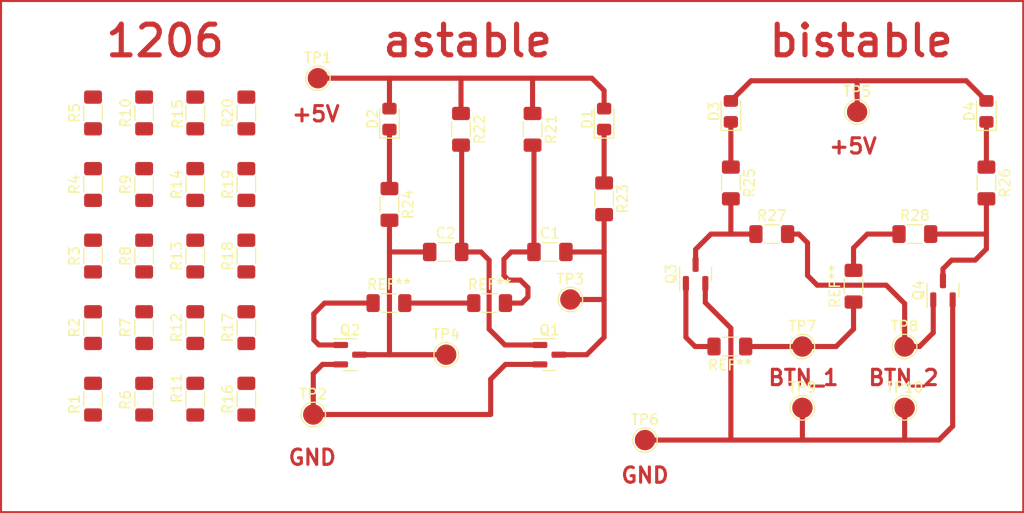
<source format=kicad_pcb>
(kicad_pcb (version 20211014) (generator pcbnew)
  (title_block (title "astable & bistable multivibrators ") (date "2024-04-29") (rev "2") (company "shklj"))
  (layers (0 "F.Cu" signal) (31 "B.Cu" signal) (34 "B.Paste" user) (35 "F.Paste" user) (36 "B.SilkS" user "B.Silkscreen") (37 "F.SilkS" user "F.Silkscreen") (38 "B.Mask" user) (39 "F.Mask" user) (44 "Edge.Cuts" user))
  (net 0 "")
  (net 1 "Net-(C1-Pad1)")
  (net 2 "Net-(C1-Pad2)")
  (net 3 "Net-(C2-Pad1)")
  (net 4 "Net-(C2-Pad2)")
  (net 5 "Net-(D1-Pad1)")
  (net 6 "Net-(D1-Pad2)")
  (net 7 "Net-(D2-Pad1)")
  (net 8 "Net-(D3-Pad1)")
  (net 9 "Net-(D3-Pad2)")
  (net 10 "Net-(D4-Pad1)")
  (net 51 "Net-(Q3-Pad2)")
  (net 52 "Net-(Q4-Pad2)")
  (net 53 "Net-(Q4-Pad3)")
  (net 54 "Net-(Q3-Pad3)")
  (net 55 "Net-(Q1-Pad1)")
  (net 56 "Net-(Q3-Pad1)")
  (footprint "Package_TO_SOT_SMD:SOT-23" (layer "F.Cu") (at 172.4 95.05 90)
    (fp_text reference "Q3" (at 0 -2.4 90) (layer "F.SilkS"))
    (fp_text value "2SC1623")
    (fp_line (start 0 -1.56) (end -1.675 -1.56) (layer "F.SilkS") (width 0.12))
    (fp_line (start 0 1.56) (end 0.65 1.56) (layer "F.SilkS") (width 0.12))
    (fp_line (start 0 1.56) (end -0.65 1.56) (layer "F.SilkS") (width 0.12))
    (fp_line (start 0 -1.56) (end 0.65 -1.56) (layer "F.SilkS") (width 0.12))
    (pad "1" smd roundrect (at -0.9375 0.95 90) (size 1.475 0.6) (layers "F.Cu" "F.Paste" "F.Mask") (net 56 "Net-(Q3-Pad1)"))
    (pad "2" smd roundrect (at 0.9375 0 90) (size 1.475 0.6) (layers "F.Cu" "F.Paste" "F.Mask") (net 51 "Net-(Q3-Pad2)"))
    (pad "3" smd roundrect (at -0.9375 -0.95 90) (size 1.475 0.6) (layers "F.Cu" "F.Paste" "F.Mask") (net 54 "Net-(Q3-Pad3)"))
  )
  (footprint "Resistor_SMD:R_1206_3216Metric_Pad1.30x1.75mm_HandSolder" (layer "F.Cu") (at 193.85 91.15)
    (fp_text reference "R28" (at 0 -1.82) (layer "F.SilkS"))
    (fp_text value "10k")
    (fp_line (start -0.727064 -0.91) (end 0.727064 -0.91) (layer "F.SilkS") (width 0.12))
    (fp_line (start -0.727064 0.91) (end 0.727064 0.91) (layer "F.SilkS") (width 0.12))
    (pad "1" smd roundrect (at -1.55 0) (size 1.3 1.75) (layers "F.Cu" "F.Paste" "F.Mask") (roundrect_rratio 0.192308) (net 54 "Net-(Q3-Pad3)"))
    (pad "2" smd roundrect (at 1.55 0) (size 1.3 1.75) (layers "F.Cu" "F.Paste" "F.Mask") (roundrect_rratio 0.192308) (net 52 "Net-(Q4-Pad2)"))
  )
  (footprint "Resistor_SMD:R_1206_3216Metric_Pad1.30x1.75mm_HandSolder" (layer "F.Cu") (at 123.45 93.3 90)
    (fp_text reference "R13" (at 0 -1.82 90) (layer "F.SilkS"))
    (fp_text value "10k")
    (fp_line (start -0.727064 -0.91) (end 0.727064 -0.91) (layer "F.SilkS") (width 0.12))
    (fp_line (start -0.727064 0.91) (end 0.727064 0.91) (layer "F.SilkS") (width 0.12))
    (pad "1" smd roundrect (at -1.55 0 90) (size 1.3 1.75) (layers "F.Cu" "F.Paste" "F.Mask") (roundrect_rratio 0.192308))
    (pad "2" smd roundrect (at 1.55 0 90) (size 1.3 1.75) (layers "F.Cu" "F.Paste" "F.Mask") (roundrect_rratio 0.192308))
  )
  (footprint "Resistor_SMD:R_1206_3216Metric_Pad1.30x1.75mm_HandSolder" (layer "F.Cu") (at 128.45 79.3 90)
    (fp_text reference "R20" (at 0 -1.82 90) (layer "F.SilkS"))
    (fp_text value "10k")
    (fp_line (start -0.727064 -0.91) (end 0.727064 -0.91) (layer "F.SilkS") (width 0.12))
    (fp_line (start -0.727064 0.91) (end 0.727064 0.91) (layer "F.SilkS") (width 0.12))
    (pad "1" smd roundrect (at -1.55 0 90) (size 1.3 1.75) (layers "F.Cu" "F.Paste" "F.Mask") (roundrect_rratio 0.192308))
    (pad "2" smd roundrect (at 1.55 0 90) (size 1.3 1.75) (layers "F.Cu" "F.Paste" "F.Mask") (roundrect_rratio 0.192308))
  )
  (footprint "Resistor_SMD:R_1206_3216Metric_Pad1.30x1.75mm_HandSolder" (layer "F.Cu") (at 142.45 88.25 -90)
    (fp_text reference "R24" (at 0 -1.82 90) (layer "F.SilkS"))
    (fp_text value "200")
    (fp_line (start -0.727064 -0.91) (end 0.727064 -0.91) (layer "F.SilkS") (width 0.12))
    (fp_line (start -0.727064 0.91) (end 0.727064 0.91) (layer "F.SilkS") (width 0.12))
    (pad "1" smd roundrect (at -1.55 0 270) (size 1.3 1.75) (layers "F.Cu" "F.Paste" "F.Mask") (roundrect_rratio 0.192308) (net 7 "Net-(D2-Pad1)"))
    (pad "2" smd roundrect (at 1.55 0 270) (size 1.3 1.75) (layers "F.Cu" "F.Paste" "F.Mask") (roundrect_rratio 0.192308) (net 3 "Net-(C2-Pad1)"))
  )
  (footprint "Resistor_SMD:R_1206_3216Metric_Pad1.30x1.75mm_HandSolder" (layer "F.Cu") (at 128.45 86.3 90)
    (fp_text reference "R19" (at 0 -1.82 90) (layer "F.SilkS"))
    (fp_text value "10k")
    (fp_line (start -0.727064 -0.91) (end 0.727064 -0.91) (layer "F.SilkS") (width 0.12))
    (fp_line (start -0.727064 0.91) (end 0.727064 0.91) (layer "F.SilkS") (width 0.12))
    (pad "1" smd roundrect (at -1.55 0 90) (size 1.3 1.75) (layers "F.Cu" "F.Paste" "F.Mask") (roundrect_rratio 0.192308))
    (pad "2" smd roundrect (at 1.55 0 90) (size 1.3 1.75) (layers "F.Cu" "F.Paste" "F.Mask") (roundrect_rratio 0.192308))
  )
  (footprint "Resistor_SMD:R_1206_3216Metric_Pad1.30x1.75mm_HandSolder" (layer "F.Cu") (at 179.85 91.15)
    (fp_text reference "R27" (at 0 -1.82) (layer "F.SilkS"))
    (fp_text value "10k")
    (fp_line (start -0.727064 0.91) (end 0.727064 0.91) (layer "F.SilkS") (width 0.12))
    (fp_line (start -0.727064 -0.91) (end 0.727064 -0.91) (layer "F.SilkS") (width 0.12))
    (pad "1" smd roundrect (at -1.55 0) (size 1.3 1.75) (layers "F.Cu" "F.Paste" "F.Mask") (roundrect_rratio 0.192308) (net 51 "Net-(Q3-Pad2)"))
    (pad "2" smd roundrect (at 1.55 0) (size 1.3 1.75) (layers "F.Cu" "F.Paste" "F.Mask") (roundrect_rratio 0.192308) (net 53 "Net-(Q4-Pad3)"))
  )
  (footprint "Resistor_SMD:R_1206_3216Metric_Pad1.30x1.75mm_HandSolder" (layer "F.Cu") (at 149.45 80.9 -90)
    (fp_text reference "R22" (at 0 -1.82 90) (layer "F.SilkS"))
    (fp_text value "10k")
    (fp_line (start -0.727064 0.91) (end 0.727064 0.91) (layer "F.SilkS") (width 0.12))
    (fp_line (start -0.727064 -0.91) (end 0.727064 -0.91) (layer "F.SilkS") (width 0.12))
    (pad "1" smd roundrect (at -1.55 0 270) (size 1.3 1.75) (layers "F.Cu" "F.Paste" "F.Mask") (roundrect_rratio 0.192308) (net 6 "Net-(D1-Pad2)"))
    (pad "2" smd roundrect (at 1.55 0 270) (size 1.3 1.75) (layers "F.Cu" "F.Paste" "F.Mask") (roundrect_rratio 0.192308) (net 4 "Net-(C2-Pad2)"))
  )
  (footprint "Resistor_SMD:R_1206_3216Metric_Pad1.30x1.75mm_HandSolder" (layer "F.Cu") (at 156.45 80.9 -90)
    (fp_text reference "R21" (at 0 -1.82 90) (layer "F.SilkS"))
    (fp_text value "10k")
    (fp_line (start -0.727064 0.91) (end 0.727064 0.91) (layer "F.SilkS") (width 0.12))
    (fp_line (start -0.727064 -0.91) (end 0.727064 -0.91) (layer "F.SilkS") (width 0.12))
    (pad "1" smd roundrect (at -1.55 0 270) (size 1.3 1.75) (layers "F.Cu" "F.Paste" "F.Mask") (roundrect_rratio 0.192308) (net 6 "Net-(D1-Pad2)"))
    (pad "2" smd roundrect (at 1.55 0 270) (size 1.3 1.75) (layers "F.Cu" "F.Paste" "F.Mask") (roundrect_rratio 0.192308) (net 1 "Net-(C1-Pad1)"))
  )
  (footprint "TestPoint:TestPoint_Pad_D2.0mm" (layer "F.Cu") (at 192.85 102.15)
    (fp_text reference "TP8" (at 0 -1.998) (layer "F.SilkS"))
    (fp_text value "TestPoint")
    (fp_circle (center 0 0) (end 0 1.2) (layer "F.SilkS") (width 0.12) (fill none))
    (pad "1" smd circle (at 0 0) (size 2 2) (layers "F.Cu" "F.Mask") (net 53 "Net-(Q4-Pad3)"))
  )
  (footprint "Resistor_SMD:R_1206_3216Metric_Pad1.30x1.75mm_HandSolder" (layer "F.Cu") (at 118.45 107.3 90)
    (fp_text reference "R6" (at -0.070715 -1.82 90) (layer "F.SilkS"))
    (fp_text value "10k")
    (fp_line (start -0.727064 0.91) (end 0.727064 0.91) (layer "F.SilkS") (width 0.12))
    (fp_line (start -0.727064 -0.91) (end 0.727064 -0.91) (layer "F.SilkS") (width 0.12))
    (pad "1" smd roundrect (at -1.55 0 90) (size 1.3 1.75) (layers "F.Cu" "F.Paste" "F.Mask") (roundrect_rratio 0.192308))
    (pad "2" smd roundrect (at 1.55 0 90) (size 1.3 1.75) (layers "F.Cu" "F.Paste" "F.Mask") (roundrect_rratio 0.192308))
  )
  (footprint "TestPoint:TestPoint_Pad_D2.0mm" (layer "F.Cu") (at 160.15 97.55)
    (fp_text reference "TP3" (at 0 -1.998) (layer "F.SilkS"))
    (fp_text value "TestPoint")
    (fp_circle (center 0 0) (end 0 1.2) (layer "F.SilkS") (width 0.12) (fill none))
    (pad "1" smd circle (at 0 0) (size 2 2) (layers "F.Cu" "F.Mask") (net 2 "Net-(C1-Pad2)"))
  )
  (footprint "TestPoint:TestPoint_Pad_D2.0mm" (layer "F.Cu") (at 148 102.95)
    (fp_text reference "TP4" (at 0 -1.998) (layer "F.SilkS"))
    (fp_text value "TestPoint")
    (fp_circle (center 0 0) (end 0 1.2) (layer "F.SilkS") (width 0.12) (fill none))
    (pad "1" smd circle (at 0 0) (size 2 2) (layers "F.Cu" "F.Mask") (net 3 "Net-(C2-Pad1)"))
  )
  (footprint "LED_SMD:LED_0805_2012Metric_Pad1.15x1.40mm_HandSolder" (layer "F.Cu") (at 163.45 79.9 90)
    (fp_text reference "D1" (at 0 -1.65 90) (layer "F.SilkS"))
    (fp_text value "LED")
    (fp_line (start 1 -0.96) (end -1.86 -0.96) (layer "F.SilkS") (width 0.12))
    (fp_line (start -1.86 0.96) (end 1 0.96) (layer "F.SilkS") (width 0.12))
    (fp_line (start -1.86 -0.96) (end -1.86 0.96) (layer "F.SilkS") (width 0.12))
    (pad "1" smd roundrect (at -1.025 0 90) (size 1.15 1.4) (layers "F.Cu" "F.Paste" "F.Mask") (roundrect_rratio 0.217391) (net 5 "Net-(D1-Pad1)"))
    (pad "2" smd roundrect (at 1.025 0 90) (size 1.15 1.4) (layers "F.Cu" "F.Paste" "F.Mask") (roundrect_rratio 0.217391) (net 6 "Net-(D1-Pad2)"))
  )
  (footprint "Resistor_SMD:R_1206_3216Metric_Pad1.30x1.75mm_HandSolder" (layer "F.Cu") (at 152.25 97.9)
    (fp_text reference "REF**" (at 0 -1.82) (layer "F.SilkS"))
    (fp_text value "R_1206_3216Metric_Pad1.30x1.75mm_HandSolder" hide)
    (fp_line (start -0.727064 -0.91) (end 0.727064 -0.91) (layer "F.SilkS") (width 0.12))
    (fp_line (start -0.727064 0.91) (end 0.727064 0.91) (layer "F.SilkS") (width 0.12))
    (pad "1" smd roundrect (at -1.55 0) (size 1.3 1.75) (layers "F.Cu" "F.Paste" "F.Mask") (roundrect_rratio 0.192308) (net 1 "Net-(C1-Pad1)"))
    (pad "2" smd roundrect (at 1.55 0) (size 1.3 1.75) (layers "F.Cu" "F.Paste" "F.Mask") (roundrect_rratio 0.192308) (net 1 "Net-(C1-Pad1)"))
  )
  (footprint "Resistor_SMD:R_1206_3216Metric_Pad1.30x1.75mm_HandSolder" (layer "F.Cu") (at 123.45 100.3 90)
    (fp_text reference "R12" (at 0 -1.82 90) (layer "F.SilkS"))
    (fp_text value "10k")
    (fp_line (start -0.727064 -0.91) (end 0.727064 -0.91) (layer "F.SilkS") (width 0.12))
    (fp_line (start -0.727064 0.91) (end 0.727064 0.91) (layer "F.SilkS") (width 0.12))
    (pad "1" smd roundrect (at -1.55 0 90) (size 1.3 1.75) (layers "F.Cu" "F.Paste" "F.Mask") (roundrect_rratio 0.192308))
    (pad "2" smd roundrect (at 1.55 0 90) (size 1.3 1.75) (layers "F.Cu" "F.Paste" "F.Mask") (roundrect_rratio 0.192308))
  )
  (footprint "Resistor_SMD:R_1206_3216Metric_Pad1.30x1.75mm_HandSolder" (layer "F.Cu") (at 118.45 93.3 90)
    (fp_text reference "R8" (at 0 -1.82 90) (layer "F.SilkS"))
    (fp_text value "10k")
    (fp_line (start -0.727064 0.91) (end 0.727064 0.91) (layer "F.SilkS") (width 0.12))
    (fp_line (start -0.727064 -0.91) (end 0.727064 -0.91) (layer "F.SilkS") (width 0.12))
    (pad "1" smd roundrect (at -1.55 0 90) (size 1.3 1.75) (layers "F.Cu" "F.Paste" "F.Mask") (roundrect_rratio 0.192308))
    (pad "2" smd roundrect (at 1.55 0 90) (size 1.3 1.75) (layers "F.Cu" "F.Paste" "F.Mask") (roundrect_rratio 0.192308))
  )
  (footprint "TestPoint:TestPoint_Pad_D2.0mm" (layer "F.Cu") (at 182.85 108.15)
    (fp_text reference "TP9" (at 0 -1.998) (layer "F.SilkS"))
    (fp_text value "TestPoint")
    (fp_circle (center 0 0) (end 0 1.2) (layer "F.SilkS") (width 0.12) (fill none))
    (pad "1" smd circle (at 0 0) (size 2 2) (layers "F.Cu" "F.Mask") (net 56 "Net-(Q3-Pad1)"))
  )
  (footprint "Resistor_SMD:R_1206_3216Metric_Pad1.30x1.75mm_HandSolder" (layer "F.Cu") (at 113.45 93.3 90)
    (fp_text reference "R3" (at 0 -1.82 90) (layer "F.SilkS"))
    (fp_text value "10k")
    (fp_line (start -0.727064 0.91) (end 0.727064 0.91) (layer "F.SilkS") (width 0.12))
    (fp_line (start -0.727064 -0.91) (end 0.727064 -0.91) (layer "F.SilkS") (width 0.12))
    (pad "1" smd roundrect (at -1.55 0 90) (size 1.3 1.75) (layers "F.Cu" "F.Paste" "F.Mask") (roundrect_rratio 0.192308))
    (pad "2" smd roundrect (at 1.55 0 90) (size 1.3 1.75) (layers "F.Cu" "F.Paste" "F.Mask") (roundrect_rratio 0.192308))
  )
  (footprint "Resistor_SMD:R_1206_3216Metric_Pad1.30x1.75mm_HandSolder" (layer "F.Cu") (at 123.45 86.3 90)
    (fp_text reference "R14" (at 0 -1.82 90) (layer "F.SilkS"))
    (fp_text value "10k")
    (fp_line (start -0.727064 -0.91) (end 0.727064 -0.91) (layer "F.SilkS") (width 0.12))
    (fp_line (start -0.727064 0.91) (end 0.727064 0.91) (layer "F.SilkS") (width 0.12))
    (pad "1" smd roundrect (at -1.55 0 90) (size 1.3 1.75) (layers "F.Cu" "F.Paste" "F.Mask") (roundrect_rratio 0.192308))
    (pad "2" smd roundrect (at 1.55 0 90) (size 1.3 1.75) (layers "F.Cu" "F.Paste" "F.Mask") (roundrect_rratio 0.192308))
  )
  (footprint "Resistor_SMD:R_1206_3216Metric_Pad1.30x1.75mm_HandSolder" (layer "F.Cu") (at 123.45 107.3 90)
    (fp_text reference "R11" (at 1.055476 -1.82 90) (layer "F.SilkS"))
    (fp_text value "10k")
    (fp_line (start -0.727064 -0.91) (end 0.727064 -0.91) (layer "F.SilkS") (width 0.12))
    (fp_line (start -0.727064 0.91) (end 0.727064 0.91) (layer "F.SilkS") (width 0.12))
    (pad "1" smd roundrect (at -1.55 0 90) (size 1.3 1.75) (layers "F.Cu" "F.Paste" "F.Mask") (roundrect_rratio 0.192308))
    (pad "2" smd roundrect (at 1.55 0 90) (size 1.3 1.75) (layers "F.Cu" "F.Paste" "F.Mask") (roundrect_rratio 0.192308))
  )
  (footprint "Resistor_SMD:R_1206_3216Metric_Pad1.30x1.75mm_HandSolder" (layer "F.Cu") (at 128.45 107.3 90)
    (fp_text reference "R16" (at 0 -1.82 90) (layer "F.SilkS"))
    (fp_text value "10k")
    (fp_line (start -0.727064 -0.91) (end 0.727064 -0.91) (layer "F.SilkS") (width 0.12))
    (fp_line (start -0.727064 0.91) (end 0.727064 0.91) (layer "F.SilkS") (width 0.12))
    (pad "1" smd roundrect (at -1.55 0 90) (size 1.3 1.75) (layers "F.Cu" "F.Paste" "F.Mask") (roundrect_rratio 0.192308))
    (pad "2" smd roundrect (at 1.55 0 90) (size 1.3 1.75) (layers "F.Cu" "F.Paste" "F.Mask") (roundrect_rratio 0.192308))
  )
  (footprint "Resistor_SMD:R_1206_3216Metric_Pad1.30x1.75mm_HandSolder" (layer "F.Cu") (at 123.45 79.3 90)
    (fp_text reference "R15" (at -0.105554 -1.724994 90) (layer "F.SilkS"))
    (fp_text value "10k")
    (fp_line (start -0.727064 0.91) (end 0.727064 0.91) (layer "F.SilkS") (width 0.12))
    (fp_line (start -0.727064 -0.91) (end 0.727064 -0.91) (layer "F.SilkS") (width 0.12))
    (pad "1" smd roundrect (at -1.55 0 90) (size 1.3 1.75) (layers "F.Cu" "F.Paste" "F.Mask") (roundrect_rratio 0.192308))
    (pad "2" smd roundrect (at 1.55 0 90) (size 1.3 1.75) (layers "F.Cu" "F.Paste" "F.Mask") (roundrect_rratio 0.192308))
  )
  (footprint "Resistor_SMD:R_1206_3216Metric_Pad1.30x1.75mm_HandSolder" (layer "F.Cu") (at 118.45 86.3 90)
    (fp_text reference "R9" (at 0 -1.82 90) (layer "F.SilkS"))
    (fp_text value "10k")
    (fp_line (start -0.727064 -0.91) (end 0.727064 -0.91) (layer "F.SilkS") (width 0.12))
    (fp_line (start -0.727064 0.91) (end 0.727064 0.91) (layer "F.SilkS") (width 0.12))
    (pad "1" smd roundrect (at -1.55 0 90) (size 1.3 1.75) (layers "F.Cu" "F.Paste" "F.Mask") (roundrect_rratio 0.192308))
    (pad "2" smd roundrect (at 1.55 0 90) (size 1.3 1.75) (layers "F.Cu" "F.Paste" "F.Mask") (roundrect_rratio 0.192308))
  )
  (footprint "Resistor_SMD:R_1206_3216Metric_Pad1.30x1.75mm_HandSolder" (layer "F.Cu") (at 128.45 93.3 90)
    (fp_text reference "R18" (at 0 -1.82 90) (layer "F.SilkS"))
    (fp_text value "10k")
    (fp_line (start -0.727064 -0.91) (end 0.727064 -0.91) (layer "F.SilkS") (width 0.12))
    (fp_line (start -0.727064 0.91) (end 0.727064 0.91) (layer "F.SilkS") (width 0.12))
    (pad "1" smd roundrect (at -1.55 0 90) (size 1.3 1.75) (layers "F.Cu" "F.Paste" "F.Mask") (roundrect_rratio 0.192308))
    (pad "2" smd roundrect (at 1.55 0 90) (size 1.3 1.75) (layers "F.Cu" "F.Paste" "F.Mask") (roundrect_rratio 0.192308))
  )
  (footprint "TestPoint:TestPoint_Pad_D2.0mm" (layer "F.Cu") (at 167.45 111.3)
    (fp_text reference "TP6" (at 0 -1.998) (layer "F.SilkS"))
    (fp_text value "TestPoint")
    (fp_circle (center 0 0) (end 0 1.2) (layer "F.SilkS") (width 0.12) (fill none))
    (pad "1" smd circle (at 0 0) (size 2 2) (layers "F.Cu" "F.Mask") (net 56 "Net-(Q3-Pad1)"))
  )
  (footprint "LED_SMD:LED_0805_2012Metric_Pad1.15x1.40mm_HandSolder" (layer "F.Cu") (at 142.45 79.9 90)
    (fp_text reference "D2" (at 0 -1.65 90) (layer "F.SilkS"))
    (fp_text value "LED")
    (fp_line (start -1.86 0.96) (end 1 0.96) (layer "F.SilkS") (width 0.12))
    (fp_line (start 1 -0.96) (end -1.86 -0.96) (layer "F.SilkS") (width 0.12))
    (fp_line (start -1.86 -0.96) (end -1.86 0.96) (layer "F.SilkS") (width 0.12))
    (pad "1" smd roundrect (at -1.025 0 90) (size 1.15 1.4) (layers "F.Cu" "F.Paste" "F.Mask") (roundrect_rratio 0.217391) (net 7 "Net-(D2-Pad1)"))
    (pad "2" smd roundrect (at 1.025 0 90) (size 1.15 1.4) (layers "F.Cu" "F.Paste" "F.Mask") (roundrect_rratio 0.217391) (net 6 "Net-(D1-Pad2)"))
  )
  (footprint "Capacitor_SMD:C_1206_3216Metric_Pad1.33x1.80mm_HandSolder" (layer "F.Cu") (at 158.15 92.9)
    (fp_text reference "C1" (at 0 -1.85) (layer "F.SilkS"))
    (fp_text value "4u7")
    (fp_line (start -0.711252 0.91) (end 0.711252 0.91) (layer "F.SilkS") (width 0.12))
    (fp_line (start -0.711252 -0.91) (end 0.711252 -0.91) (layer "F.SilkS") (width 0.12))
    (pad "1" smd roundrect (at -1.5625 0) (size 1.325 1.8) (layers "F.Cu" "F.Paste" "F.Mask") (roundrect_rratio 0.188679) (net 1 "Net-(C1-Pad1)"))
    (pad "2" smd roundrect (at 1.5625 0) (size 1.325 1.8) (layers "F.Cu" "F.Paste" "F.Mask") (roundrect_rratio 0.188679) (net 2 "Net-(C1-Pad2)"))
  )
  (footprint "Resistor_SMD:R_1206_3216Metric_Pad1.30x1.75mm_HandSolder" (layer "F.Cu") (at 113.45 107.3 90)
    (fp_text reference "R1" (at -0.5 -1.82 90) (layer "F.SilkS"))
    (fp_text value "10k")
    (fp_line (start -0.727064 0.91) (end 0.727064 0.91) (layer "F.SilkS") (width 0.12))
    (fp_line (start -0.727064 -0.91) (end 0.727064 -0.91) (layer "F.SilkS") (width 0.12))
    (pad "1" smd roundrect (at -1.55 0 90) (size 1.3 1.75) (layers "F.Cu" "F.Paste" "F.Mask") (roundrect_rratio 0.192308))
    (pad "2" smd roundrect (at 1.55 0 90) (size 1.3 1.75) (layers "F.Cu" "F.Paste" "F.Mask") (roundrect_rratio 0.192308))
  )
  (footprint "Resistor_SMD:R_1206_3216Metric_Pad1.30x1.75mm_HandSolder" (layer "F.Cu") (at 200.85 86.15 -90)
    (fp_text reference "R26" (at 0 -1.82 90) (layer "F.SilkS"))
    (fp_text value "200")
    (fp_line (start -0.727064 0.91) (end 0.727064 0.91) (layer "F.SilkS") (width 0.12))
    (fp_line (start -0.727064 -0.91) (end 0.727064 -0.91) (layer "F.SilkS") (width 0.12))
    (pad "1" smd roundrect (at -1.55 0 270) (size 1.3 1.75) (layers "F.Cu" "F.Paste" "F.Mask") (roundrect_rratio 0.192308) (net 10 "Net-(D4-Pad1)"))
    (pad "2" smd roundrect (at 1.55 0 270) (size 1.3 1.75) (layers "F.Cu" "F.Paste" "F.Mask") (roundrect_rratio 0.192308) (net 52 "Net-(Q4-Pad2)"))
  )
  (footprint "Resistor_SMD:R_1206_3216Metric_Pad1.30x1.75mm_HandSolder" (layer "F.Cu") (at 128.45 100.3 90)
    (fp_text reference "R17" (at 0 -1.82 90) (layer "F.SilkS"))
    (fp_text value "10k")
    (fp_line (start -0.727064 0.91) (end 0.727064 0.91) (layer "F.SilkS") (width 0.12))
    (fp_line (start -0.727064 -0.91) (end 0.727064 -0.91) (layer "F.SilkS") (width 0.12))
    (pad "1" smd roundrect (at -1.55 0 90) (size 1.3 1.75) (layers "F.Cu" "F.Paste" "F.Mask") (roundrect_rratio 0.192308))
    (pad "2" smd roundrect (at 1.55 0 90) (size 1.3 1.75) (layers "F.Cu" "F.Paste" "F.Mask") (roundrect_rratio 0.192308))
  )
  (footprint "Resistor_SMD:R_1206_3216Metric_Pad1.30x1.75mm_HandSolder" (layer "F.Cu") (at 175.85 86.15 -90)
    (fp_text reference "R25" (at 0 -1.82 90) (layer "F.SilkS"))
    (fp_text value "200")
    (fp_line (start -0.727064 0.91) (end 0.727064 0.91) (layer "F.SilkS") (width 0.12))
    (fp_line (start -0.727064 -0.91) (end 0.727064 -0.91) (layer "F.SilkS") (width 0.12))
    (pad "1" smd roundrect (at -1.55 0 270) (size 1.3 1.75) (layers "F.Cu" "F.Paste" "F.Mask") (roundrect_rratio 0.192308) (net 8 "Net-(D3-Pad1)"))
    (pad "2" smd roundrect (at 1.55 0 270) (size 1.3 1.75) (layers "F.Cu" "F.Paste" "F.Mask") (roundrect_rratio 0.192308) (net 51 "Net-(Q3-Pad2)"))
  )
  (footprint "TestPoint:TestPoint_Pad_D2.0mm" (layer "F.Cu") (at 182.85 102.15)
    (fp_text reference "TP7" (at 0 -1.998) (layer "F.SilkS"))
    (fp_text value "TestPoint")
    (fp_circle (center 0 0) (end 0 1.2) (layer "F.SilkS") (width 0.12) (fill none))
    (pad "1" smd circle (at 0 0) (size 2 2) (layers "F.Cu" "F.Mask") (net 54 "Net-(Q3-Pad3)"))
  )
  (footprint "TestPoint:TestPoint_Pad_D2.0mm" (layer "F.Cu") (at 135.45 75.9)
    (fp_text reference "TP1" (at 0 -1.998) (layer "F.SilkS"))
    (fp_text value "TestPoint")
    (fp_circle (center 0 0) (end 0 1.2) (layer "F.SilkS") (width 0.12) (fill none))
    (pad "1" smd circle (at 0 0) (size 2 2) (layers "F.Cu" "F.Mask") (net 6 "Net-(D1-Pad2)"))
  )
  (footprint "Resistor_SMD:R_1206_3216Metric_Pad1.30x1.75mm_HandSolder" (layer "F.Cu") (at 163.45 87.7 -90)
    (fp_text reference "R23" (at 0 -1.82 90) (layer "F.SilkS"))
    (fp_text value "200")
    (fp_line (start -0.727064 -0.91) (end 0.727064 -0.91) (layer "F.SilkS") (width 0.12))
    (fp_line (start -0.727064 0.91) (end 0.727064 0.91) (layer "F.SilkS") (width 0.12))
    (pad "1" smd roundrect (at -1.55 0 270) (size 1.3 1.75) (layers "F.Cu" "F.Paste" "F.Mask") (roundrect_rratio 0.192308) (net 5 "Net-(D1-Pad1)"))
    (pad "2" smd roundrect (at 1.55 0 270) (size 1.3 1.75) (layers "F.Cu" "F.Paste" "F.Mask") (roundrect_rratio 0.192308) (net 2 "Net-(C1-Pad2)"))
  )
  (footprint "Resistor_SMD:R_1206_3216Metric_Pad1.30x1.75mm_HandSolder" (layer "F.Cu") (at 142.4 97.9)
    (fp_text reference "REF**" (at 0 -1.82) (layer "F.SilkS"))
    (fp_text value "R_1206_3216Metric_Pad1.30x1.75mm_HandSolder" hide)
    (fp_line (start -0.727064 0.91) (end 0.727064 0.91) (layer "F.SilkS") (width 0.12))
    (fp_line (start -0.727064 -0.91) (end 0.727064 -0.91) (layer "F.SilkS") (width 0.12))
    (pad "1" smd roundrect (at -1.55 0) (size 1.3 1.75) (layers "F.Cu" "F.Paste" "F.Mask") (roundrect_rratio 0.192308) (net 1 "Net-(C1-Pad1)"))
    (pad "2" smd roundrect (at 1.55 0) (size 1.3 1.75) (layers "F.Cu" "F.Paste" "F.Mask") (roundrect_rratio 0.192308) (net 1 "Net-(C1-Pad1)"))
  )
  (footprint "Resistor_SMD:R_1206_3216Metric_Pad1.30x1.75mm_HandSolder" (layer "F.Cu") (at 175.75 102.15 180)
    (fp_text reference "REF**" (at 0 -1.82) (layer "F.SilkS"))
    (fp_text value "R_1206_3216Metric_Pad1.30x1.75mm_HandSolder" hide)
    (fp_line (start -0.727064 -0.91) (end 0.727064 -0.91) (layer "F.SilkS") (width 0.12))
    (fp_line (start -0.727064 0.91) (end 0.727064 0.91) (layer "F.SilkS") (width 0.12))
    (pad "1" smd roundrect (at -1.55 0 180) (size 1.3 1.75) (layers "F.Cu" "F.Paste" "F.Mask") (roundrect_rratio 0.192308) (net 54 "Net-(Q3-Pad3)"))
    (pad "2" smd roundrect (at 1.55 0 180) (size 1.3 1.75) (layers "F.Cu" "F.Paste" "F.Mask") (roundrect_rratio 0.192308) (net 54 "Net-(Q3-Pad3)"))
  )
  (footprint "Resistor_SMD:R_1206_3216Metric_Pad1.30x1.75mm_HandSolder" (layer "F.Cu") (at 113.45 100.3 90)
    (fp_text reference "R2" (at 0 -1.82 90) (layer "F.SilkS"))
    (fp_text value "10k")
    (fp_line (start -0.727064 -0.91) (end 0.727064 -0.91) (layer "F.SilkS") (width 0.12))
    (fp_line (start -0.727064 0.91) (end 0.727064 0.91) (layer "F.SilkS") (width 0.12))
    (pad "1" smd roundrect (at -1.55 0 90) (size 1.3 1.75) (layers "F.Cu" "F.Paste" "F.Mask") (roundrect_rratio 0.192308))
    (pad "2" smd roundrect (at 1.55 0 90) (size 1.3 1.75) (layers "F.Cu" "F.Paste" "F.Mask") (roundrect_rratio 0.192308))
  )
  (footprint "LED_SMD:LED_0805_2012Metric_Pad1.15x1.40mm_HandSolder" (layer "F.Cu") (at 200.85 79.15 90)
    (fp_text reference "D4" (at 0 -1.65 90) (layer "F.SilkS"))
    (fp_text value "LED")
    (fp_line (start -1.86 -0.96) (end -1.86 0.96) (layer "F.SilkS") (width 0.12))
    (fp_line (start -1.86 0.96) (end 1 0.96) (layer "F.SilkS") (width 0.12))
    (fp_line (start 1 -0.96) (end -1.86 -0.96) (layer "F.SilkS") (width 0.12))
    (pad "1" smd roundrect (at -1.025 0 90) (size 1.15 1.4) (layers "F.Cu" "F.Paste" "F.Mask") (roundrect_rratio 0.217391) (net 10 "Net-(D4-Pad1)"))
    (pad "2" smd roundrect (at 1.025 0 90) (size 1.15 1.4) (layers "F.Cu" "F.Paste" "F.Mask") (roundrect_rratio 0.217391) (net 9 "Net-(D3-Pad2)"))
  )
  (footprint "Package_TO_SOT_SMD:SOT-23" (layer "F.Cu") (at 196.6 96.65 90)
    (fp_text reference "Q4" (at 0 -2.4 90) (layer "F.SilkS"))
    (fp_text value "2SC1623")
    (fp_line (start 0 1.56) (end -0.65 1.56) (layer "F.SilkS") (width 0.12))
    (fp_line (start 0 -1.56) (end -1.675 -1.56) (layer "F.SilkS") (width 0.12))
    (fp_line (start 0 1.56) (end 0.65 1.56) (layer "F.SilkS") (width 0.12))
    (fp_line (start 0 -1.56) (end 0.65 -1.56) (layer "F.SilkS") (width 0.12))
    (pad "1" smd roundrect (at -0.9375 0.95 90) (size 1.475 0.6) (layers "F.Cu" "F.Paste" "F.Mask") (net 56 "Net-(Q3-Pad1)"))
    (pad "2" smd roundrect (at 0.9375 0 90) (size 1.475 0.6) (layers "F.Cu" "F.Paste" "F.Mask") (net 52 "Net-(Q4-Pad2)"))
    (pad "3" smd roundrect (at -0.9375 -0.95 90) (size 1.475 0.6) (layers "F.Cu" "F.Paste" "F.Mask") (net 53 "Net-(Q4-Pad3)"))
  )
  (footprint "Resistor_SMD:R_1206_3216Metric_Pad1.30x1.75mm_HandSolder" (layer "F.Cu") (at 118.45 79.3 90)
    (fp_text reference "R10" (at 0 -1.82 90) (layer "F.SilkS"))
    (fp_text value "10k")
    (fp_line (start -0.727064 0.91) (end 0.727064 0.91) (layer "F.SilkS") (width 0.12))
    (fp_line (start -0.727064 -0.91) (end 0.727064 -0.91) (layer "F.SilkS") (width 0.12))
    (pad "1" smd roundrect (at -1.55 0 90) (size 1.3 1.75) (layers "F.Cu" "F.Paste" "F.Mask") (roundrect_rratio 0.192308))
    (pad "2" smd roundrect (at 1.55 0 90) (size 1.3 1.75) (layers "F.Cu" "F.Paste" "F.Mask") (roundrect_rratio 0.192308))
  )
  (footprint "Resistor_SMD:R_1206_3216Metric_Pad1.30x1.75mm_HandSolder" (layer "F.Cu") (at 113.45 86.3 90)
    (fp_text reference "R4" (at 0 -1.82 90) (layer "F.SilkS"))
    (fp_text value "10k")
    (fp_line (start -0.727064 0.91) (end 0.727064 0.91) (layer "F.SilkS") (width 0.12))
    (fp_line (start -0.727064 -0.91) (end 0.727064 -0.91) (layer "F.SilkS") (width 0.12))
    (pad "1" smd roundrect (at -1.55 0 90) (size 1.3 1.75) (layers "F.Cu" "F.Paste" "F.Mask") (roundrect_rratio 0.192308))
    (pad "2" smd roundrect (at 1.55 0 90) (size 1.3 1.75) (layers "F.Cu" "F.Paste" "F.Mask") (roundrect_rratio 0.192308))
  )
  (footprint "Resistor_SMD:R_1206_3216Metric_Pad1.30x1.75mm_HandSolder" (layer "F.Cu") (at 113.45 79.3 90)
    (fp_text reference "R5" (at 0 -1.82 90) (layer "F.SilkS"))
    (fp_text value "10k")
    (fp_line (start -0.727064 -0.91) (end 0.727064 -0.91) (layer "F.SilkS") (width 0.12))
    (fp_line (start -0.727064 0.91) (end 0.727064 0.91) (layer "F.SilkS") (width 0.12))
    (pad "1" smd roundrect (at -1.55 0 90) (size 1.3 1.75) (layers "F.Cu" "F.Paste" "F.Mask") (roundrect_rratio 0.192308))
    (pad "2" smd roundrect (at 1.55 0 90) (size 1.3 1.75) (layers "F.Cu" "F.Paste" "F.Mask") (roundrect_rratio 0.192308))
  )
  (footprint "LED_SMD:LED_0805_2012Metric_Pad1.15x1.40mm_HandSolder" (layer "F.Cu") (at 175.85 79.15 90)
    (fp_text reference "D3" (at 0 -1.65 90) (layer "F.SilkS"))
    (fp_text value "LED")
    (fp_line (start 1 -0.96) (end -1.86 -0.96) (layer "F.SilkS") (width 0.12))
    (fp_line (start -1.86 0.96) (end 1 0.96) (layer "F.SilkS") (width 0.12))
    (fp_line (start -1.86 -0.96) (end -1.86 0.96) (layer "F.SilkS") (width 0.12))
    (pad "1" smd roundrect (at -1.025 0 90) (size 1.15 1.4) (layers "F.Cu" "F.Paste" "F.Mask") (roundrect_rratio 0.217391) (net 8 "Net-(D3-Pad1)"))
    (pad "2" smd roundrect (at 1.025 0 90) (size 1.15 1.4) (layers "F.Cu" "F.Paste" "F.Mask") (roundrect_rratio 0.217391) (net 9 "Net-(D3-Pad2)"))
  )
  (footprint "Resistor_SMD:R_1206_3216Metric_Pad1.30x1.75mm_HandSolder" (layer "F.Cu") (at 118.45 100.3 90)
    (fp_text reference "R7" (at 0 -1.82 90) (layer "F.SilkS"))
    (fp_text value "10k")
    (fp_line (start -0.727064 0.91) (end 0.727064 0.91) (layer "F.SilkS") (width 0.12))
    (fp_line (start -0.727064 -0.91) (end 0.727064 -0.91) (layer "F.SilkS") (width 0.12))
    (pad "1" smd roundrect (at -1.55 0 90) (size 1.3 1.75) (layers "F.Cu" "F.Paste" "F.Mask") (roundrect_rratio 0.192308))
    (pad "2" smd roundrect (at 1.55 0 90) (size 1.3 1.75) (layers "F.Cu" "F.Paste" "F.Mask") (roundrect_rratio 0.192308))
  )
  (footprint "TestPoint:TestPoint_Pad_D2.0mm" (layer "F.Cu") (at 135 108.8)
    (fp_text reference "TP2" (at 0 -1.998) (layer "F.SilkS"))
    (fp_text value "TestPoint")
    (fp_circle (center 0 0) (end 0 1.2) (layer "F.SilkS") (width 0.12) (fill none))
    (pad "1" smd circle (at 0 0) (size 2 2) (layers "F.Cu" "F.Mask") (net 55 "Net-(Q1-Pad1)"))
  )
  (footprint "Resistor_SMD:R_1206_3216Metric_Pad1.30x1.75mm_HandSolder" (layer "F.Cu") (at 187.85 96.25 90)
    (fp_text reference "REF**" (at 0 -1.82 90) (layer "F.SilkS"))
    (fp_text value "R_1206_3216Metric_Pad1.30x1.75mm_HandSolder" hide)
    (fp_line (start -0.727064 -0.91) (end 0.727064 -0.91) (layer "F.SilkS") (width 0.12))
    (fp_line (start -0.727064 0.91) (end 0.727064 0.91) (layer "F.SilkS") (width 0.12))
    (pad "1" smd roundrect (at -1.55 0 90) (size 1.3 1.75) (layers "F.Cu" "F.Paste" "F.Mask") (roundrect_rratio 0.192308) (net 54 "Net-(Q3-Pad3)"))
    (pad "2" smd roundrect (at 1.55 0 90) (size 1.3 1.75) (layers "F.Cu" "F.Paste" "F.Mask") (roundrect_rratio 0.192308) (net 54 "Net-(Q3-Pad3)"))
  )
  (footprint "TestPoint:TestPoint_Pad_D2.0mm" (layer "F.Cu") (at 188.2 79.2)
    (fp_text reference "TP5" (at 0 -1.998) (layer "F.SilkS"))
    (fp_text value "TestPoint")
    (fp_circle (center 0 0) (end 0 1.2) (layer "F.SilkS") (width 0.12) (fill none))
    (pad "1" smd circle (at 0 0) (size 2 2) (layers "F.Cu" "F.Mask") (net 9 "Net-(D3-Pad2)"))
  )
  (footprint "TestPoint:TestPoint_Pad_D2.0mm" (layer "F.Cu") (at 192.85 108.15)
    (fp_text reference "TP10" (at 0 -1.998) (layer "F.SilkS"))
    (fp_text value "TestPoint")
    (fp_circle (center 0 0) (end 0 1.2) (layer "F.SilkS") (width 0.12) (fill none))
    (pad "1" smd circle (at 0 0) (size 2 2) (layers "F.Cu" "F.Mask") (net 56 "Net-(Q3-Pad1)"))
  )
  (footprint "Capacitor_SMD:C_1206_3216Metric_Pad1.33x1.80mm_HandSolder" (layer "F.Cu") (at 147.95 92.9)
    (fp_text reference "C2" (at 0 -1.85) (layer "F.SilkS"))
    (fp_text value "4u7")
    (fp_line (start -0.711252 -0.91) (end 0.711252 -0.91) (layer "F.SilkS") (width 0.12))
    (fp_line (start -0.711252 0.91) (end 0.711252 0.91) (layer "F.SilkS") (width 0.12))
    (pad "1" smd roundrect (at -1.5625 0) (size 1.325 1.8) (layers "F.Cu" "F.Paste" "F.Mask") (roundrect_rratio 0.188679) (net 3 "Net-(C2-Pad1)"))
    (pad "2" smd roundrect (at 1.5625 0) (size 1.325 1.8) (layers "F.Cu" "F.Paste" "F.Mask") (roundrect_rratio 0.188679) (net 4 "Net-(C2-Pad2)"))
  )
  (footprint "Package_TO_SOT_SMD:SOT-23" (layer "F.Cu") (at 158.1 102.95)
    (fp_text reference "Q1" (at 0 -2.4) (layer "F.SilkS"))
    (fp_text value "2SC1623")
    (fp_line (start 0 1.56) (end 0.65 1.56) (layer "F.SilkS") (width 0.12))
    (fp_line (start 0 1.56) (end -0.65 1.56) (layer "F.SilkS") (width 0.12))
    (fp_line (start 0 -1.56) (end -1.675 -1.56) (layer "F.SilkS") (width 0.12))
    (fp_line (start 0 -1.56) (end 0.65 -1.56) (layer "F.SilkS") (width 0.12))
    (pad "1" smd roundrect (at -0.9375 0.95) (size 1.475 0.6) (layers "F.Cu" "F.Paste" "F.Mask") (net 55 "Net-(Q1-Pad1)"))
    (pad "2" smd roundrect (at 0.9375 0) (size 1.475 0.6) (layers "F.Cu" "F.Paste" "F.Mask") (net 2 "Net-(C1-Pad2)"))
    (pad "3" smd roundrect (at -0.9375 -0.95) (size 1.475 0.6) (layers "F.Cu" "F.Paste" "F.Mask") (net 4 "Net-(C2-Pad2)"))
  )
  (footprint "Package_TO_SOT_SMD:SOT-23" (layer "F.Cu") (at 138.6 102.95)
    (fp_text reference "Q2" (at 0 -2.4) (layer "F.SilkS"))
    (fp_text value "2SC1623")
    (fp_line (start 0 -1.56) (end 0.65 -1.56) (layer "F.SilkS") (width 0.12))
    (fp_line (start 0 1.56) (end 0.65 1.56) (layer "F.SilkS") (width 0.12))
    (fp_line (start 0 -1.56) (end -1.675 -1.56) (layer "F.SilkS") (width 0.12))
    (fp_line (start 0 1.56) (end -0.65 1.56) (layer "F.SilkS") (width 0.12))
    (pad "1" smd roundrect (at -0.9375 0.95) (size 1.475 0.6) (layers "F.Cu" "F.Paste" "F.Mask") (net 55 "Net-(Q1-Pad1)"))
    (pad "2" smd roundrect (at 0.9375 0) (size 1.475 0.6) (layers "F.Cu" "F.Paste" "F.Mask") (net 3 "Net-(C2-Pad1)"))
    (pad "3" smd roundrect (at -0.9375 -0.95) (size 1.475 0.6) (layers "F.Cu" "F.Paste" "F.Mask") (net 1 "Net-(C1-Pad1)"))
  )
  (gr_rect (start 104.45 68.35) (end 204.45 118.35) (layer "F.Cu") (width 0.2) (fill none))
  (gr_text "GND" (at 134.9 113) (layer "F.Cu") (effects (font (size 1.5 1.5) (thickness 0.3))))
  (gr_text "astable" (at 150.1 72.25) (layer "F.Cu") (effects (font (size 3 3) (thickness 0.5))))
  (gr_text "GND" (at 167.45 114.75) (layer "F.Cu") (effects (font (size 1.5 1.5) (thickness 0.3))))
  (gr_text "+5V" (at 135.25 79.4) (layer "F.Cu") (effects (font (size 1.5 1.5) (thickness 0.3))))
  (gr_text "BTN_1" (at 182.95 105.2) (layer "F.Cu") (effects (font (size 1.5 1.5) (thickness 0.3))))
  (gr_text "1206" (at 120.5 72.25) (layer "F.Cu") (effects (font (size 3 3) (thickness 0.5))))
  (gr_text "BTN_2" (at 192.75 105.2) (layer "F.Cu") (effects (font (size 1.5 1.5) (thickness 0.3))))
  (gr_text "+5V" (at 187.8 82.55) (layer "F.Cu") (effects (font (size 1.5 1.5) (thickness 0.3))))
  (gr_text "bistable" (at 188.6 72.25) (layer "F.Cu") (effects (font (size 3 3) (thickness 0.5))))
  (segment (start 156.5875 82.5875) (end 156.45 82.45) (width 0.25) (layer "F.Cu") (net 1))
  (segment (start 143.95 97.9) (end 150.7 97.9) (width 0.5) (layer "F.Cu") (net 1))
  (segment (start 136.1 97.9) (end 140.85 97.9) (width 0.5) (layer "F.Cu") (net 1))
  (segment (start 135.55 102) (end 135.05 101.5) (width 0.5) (layer "F.Cu") (net 1))
  (segment (start 154.35 92.9) (end 156.5875 92.9) (width 0.5) (layer "F.Cu") (net 1))
  (segment (start 153.8 97.9) (end 155.4 97.9) (width 0.5) (layer "F.Cu") (net 1))
  (segment (start 135.05 98.95) (end 136.1 97.9) (width 0.5) (layer "F.Cu") (net 1))
  (segment (start 156.5875 92.9) (end 156.5875 82.5875) (width 0.5) (layer "F.Cu") (net 1))
  (segment (start 153.65 95.2) (end 153.65 93.6) (width 0.5) (layer "F.Cu") (net 1))
  (segment (start 154.1 95.65) (end 153.65 95.2) (width 0.5) (layer "F.Cu") (net 1))
  (segment (start 156 97.3) (end 156 96.4) (width 0.5) (layer "F.Cu") (net 1))
  (segment (start 135.05 101.5) (end 135.05 98.95) (width 0.5) (layer "F.Cu") (net 1))
  (segment (start 137.6625 102) (end 135.55 102) (width 0.5) (layer "F.Cu") (net 1))
  (segment (start 155.25 95.65) (end 154.1 95.65) (width 0.5) (layer "F.Cu") (net 1))
  (segment (start 156 96.4) (end 155.25 95.65) (width 0.5) (layer "F.Cu") (net 1))
  (segment (start 155.4 97.9) (end 156 97.3) (width 0.5) (layer "F.Cu") (net 1))
  (segment (start 153.65 93.6) (end 154.35 92.9) (width 0.5) (layer "F.Cu") (net 1))
  (segment (start 159.7125 92.9) (end 163.45 92.9) (width 0.5) (layer "F.Cu") (net 2))
  (segment (start 163.45 97.55) (end 163.45 92.9) (width 0.5) (layer "F.Cu") (net 2))
  (segment (start 161.75 102.95) (end 163.45 101.25) (width 0.5) (layer "F.Cu") (net 2))
  (segment (start 159.0375 102.95) (end 161.75 102.95) (width 0.5) (layer "F.Cu") (net 2))
  (segment (start 163.45 89.25) (end 163.45 92.9) (width 0.5) (layer "F.Cu") (net 2))
  (segment (start 163.45 101.25) (end 163.45 97.55) (width 0.5) (layer "F.Cu") (net 2))
  (segment (start 160.15 97.55) (end 163.45 97.55) (width 0.5) (layer "F.Cu") (net 2))
  (segment (start 142.45 89.8) (end 142.45 92.9) (width 0.5) (layer "F.Cu") (net 3))
  (segment (start 139.5375 102.95) (end 142.45 102.95) (width 0.5) (layer "F.Cu") (net 3))
  (segment (start 142.45 102.95) (end 148 102.95) (width 0.5) (layer "F.Cu") (net 3))
  (segment (start 142.45 92.9) (end 142.45 102.95) (width 0.5) (layer "F.Cu") (net 3))
  (segment (start 146.3875 92.9) (end 142.45 92.9) (width 0.5) (layer "F.Cu") (net 3))
  (segment (start 152.2 93.7) (end 151.4 92.9) (width 0.5) (layer "F.Cu") (net 4))
  (segment (start 153.75 102) (end 152.2 100.45) (width 0.5) (layer "F.Cu") (net 4))
  (segment (start 152.2 100.45) (end 152.2 93.7) (width 0.5) (layer "F.Cu") (net 4))
  (segment (start 149.5125 82.5125) (end 149.45 82.45) (width 0.25) (layer "F.Cu") (net 4))
  (segment (start 151.4 92.9) (end 149.5125 92.9) (width 0.5) (layer "F.Cu") (net 4))
  (segment (start 149.5125 92.9) (end 149.5125 82.5125) (width 0.5) (layer "F.Cu") (net 4))
  (segment (start 157.1625 102) (end 153.75 102) (width 0.5) (layer "F.Cu") (net 4))
  (segment (start 163.45 86.15) (end 163.45 80.925) (width 0.5) (layer "F.Cu") (net 5))
  (segment (start 142.45 78.875) (end 142.45 75.9) (width 0.5) (layer "F.Cu") (net 6))
  (segment (start 149.45 75.9) (end 162.25 75.9) (width 0.5) (layer "F.Cu") (net 6))
  (segment (start 162.25 75.9) (end 163.45 77.1) (width 0.5) (layer "F.Cu") (net 6))
  (segment (start 142.45 75.9) (end 149.45 75.9) (width 0.5) (layer "F.Cu") (net 6))
  (segment (start 163.45 77.1) (end 163.45 78.875) (width 0.5) (layer "F.Cu") (net 6))
  (segment (start 135.45 75.9) (end 142.45 75.9) (width 0.5) (layer "F.Cu") (net 6))
  (segment (start 149.45 79.35) (end 149.45 75.9) (width 0.5) (layer "F.Cu") (net 6))
  (segment (start 156.45 79.35) (end 156.45 75.9) (width 0.5) (layer "F.Cu") (net 6))
  (segment (start 142.45 86.7) (end 142.45 80.925) (width 0.5) (layer "F.Cu") (net 7))
  (segment (start 175.85 84.6) (end 175.85 80.175) (width 0.5) (layer "F.Cu") (net 8))
  (segment (start 188.2 76.15) (end 198.875 76.15) (width 0.5) (layer "F.Cu") (net 9))
  (segment (start 177.825 76.15) (end 188.2 76.15) (width 0.5) (layer "F.Cu") (net 9))
  (segment (start 175.85 78.125) (end 177.825 76.15) (width 0.5) (layer "F.Cu") (net 9))
  (segment (start 198.875 76.15) (end 200.85 78.125) (width 0.5) (layer "F.Cu") (net 9))
  (segment (start 188.2 79.2) (end 188.2 76.15) (width 0.5) (layer "F.Cu") (net 9))
  (segment (start 200.85 84.6) (end 200.85 80.175) (width 0.5) (layer "F.Cu") (net 10))
  (segment (start 175.85 91.15) (end 175.85 87.7) (width 0.5) (layer "F.Cu") (net 51))
  (segment (start 178.3 91.15) (end 175.85 91.15) (width 0.5) (layer "F.Cu") (net 51))
  (segment (start 173.9 91.15) (end 175.85 91.15) (width 0.5) (layer "F.Cu") (net 51))
  (segment (start 172.4 92.65) (end 173.9 91.15) (width 0.5) (layer "F.Cu") (net 51))
  (segment (start 172.4 94.1125) (end 172.4 92.65) (width 0.5) (layer "F.Cu") (net 51))
  (segment (start 195.4 91.15) (end 200.85 91.15) (width 0.5) (layer "F.Cu") (net 52))
  (segment (start 196.6 95.7125) (end 196.6 94.55) (width 0.5) (layer "F.Cu") (net 52))
  (segment (start 199.75 93.7) (end 200.85 92.6) (width 0.5) (layer "F.Cu") (net 52))
  (segment (start 196.6 94.55) (end 197.45 93.7) (width 0.5) (layer "F.Cu") (net 52))
  (segment (start 200.85 92.6) (end 200.85 92.45) (width 0.5) (layer "F.Cu") (net 52))
  (segment (start 200.85 92.45) (end 200.85 91.15) (width 0.5) (layer "F.Cu") (net 52))
  (segment (start 197.45 93.7) (end 199.75 93.7) (width 0.5) (layer "F.Cu") (net 52))
  (segment (start 200.85 91.15) (end 200.85 87.7) (width 0.5) (layer "F.Cu") (net 52))
  (segment (start 195.65 100.8) (end 194.3 102.15) (width 0.5) (layer "F.Cu") (net 53))
  (segment (start 184.3 96.15) (end 191.05 96.15) (width 0.5) (layer "F.Cu") (net 53))
  (segment (start 182.5 91.15) (end 183.35 92) (width 0.5) (layer "F.Cu") (net 53))
  (segment (start 194.3 102.15) (end 192.85 102.15) (width 0.5) (layer "F.Cu") (net 53))
  (segment (start 183.35 92) (end 183.35 95.2) (width 0.5) (layer "F.Cu") (net 53))
  (segment (start 181.4 91.15) (end 182.5 91.15) (width 0.5) (layer "F.Cu") (net 53))
  (segment (start 192.85 97.95) (end 192.85 102.15) (width 0.5) (layer "F.Cu") (net 53))
  (segment (start 183.35 95.2) (end 184.3 96.15) (width 0.5) (layer "F.Cu") (net 53))
  (segment (start 191.05 96.15) (end 192.85 97.95) (width 0.5) (layer "F.Cu") (net 53))
  (segment (start 195.65 97.5875) (end 195.65 100.8) (width 0.5) (layer "F.Cu") (net 53))
  (segment (start 182.85 102.15) (end 186.15 102.15) (width 0.5) (layer "F.Cu") (net 54))
  (segment (start 177.3 102.15) (end 182.85 102.15) (width 0.5) (layer "F.Cu") (net 54))
  (segment (start 187.85 100.45) (end 187.85 97.8) (width 0.5) (layer "F.Cu") (net 54))
  (segment (start 186.15 102.15) (end 187.85 100.45) (width 0.5) (layer "F.Cu") (net 54))
  (segment (start 171.45 95.9875) (end 171.45 101.25) (width 0.5) (layer "F.Cu") (net 54))
  (segment (start 189.2 91.15) (end 187.85 92.5) (width 0.5) (layer "F.Cu") (net 54))
  (segment (start 192.3 91.15) (end 189.2 91.15) (width 0.5) (layer "F.Cu") (net 54))
  (segment (start 187.85 92.5) (end 187.85 94.7) (width 0.5) (layer "F.Cu") (net 54))
  (segment (start 174.2 102.15) (end 172.35 102.15) (width 0.5) (layer "F.Cu") (net 54))
  (segment (start 171.45 101.25) (end 172.35 102.15) (width 0.5) (layer "F.Cu") (net 54))
  (segment (start 153.8 103.9) (end 152.35 105.35) (width 0.5) (layer "F.Cu") (net 55))
  (segment (start 135 108.8) (end 138.85 108.8) (width 0.5) (layer "F.Cu") (net 55))
  (segment (start 135 104.8) (end 135.9 103.9) (width 0.5) (layer "F.Cu") (net 55))
  (segment (start 135.9 103.9) (end 137.6625 103.9) (width 0.5) (layer "F.Cu") (net 55))
  (segment (start 143.05 108.8) (end 152.35 108.8) (width 0.5) (layer "F.Cu") (net 55))
  (segment (start 135 108.8) (end 135 104.8) (width 0.5) (layer "F.Cu") (net 55))
  (segment (start 157.1625 103.9) (end 153.8 103.9) (width 0.5) (layer "F.Cu") (net 55))
  (segment (start 138.85 108.8) (end 143.05 108.8) (width 0.5) (layer "F.Cu") (net 55))
  (segment (start 152.35 105.35) (end 152.35 108.8) (width 0.5) (layer "F.Cu") (net 55))
  (segment (start 173.35 97.85) (end 175.85 100.35) (width 0.5) (layer "F.Cu") (net 56))
  (segment (start 173.35 95.9875) (end 173.35 97.85) (width 0.5) (layer "F.Cu") (net 56))
  (segment (start 192.85 108.15) (end 192.85 111.3) (width 0.5) (layer "F.Cu") (net 56))
  (segment (start 197.55 97.5875) (end 197.55 109.95) (width 0.5) (layer "F.Cu") (net 56))
  (segment (start 175.85 100.35) (end 175.85 101) (width 0.5) (layer "F.Cu") (net 56))
  (segment (start 167.45 111.3) (end 175.85 111.3) (width 0.5) (layer "F.Cu") (net 56))
  (segment (start 175.85 111.3) (end 182.85 111.3) (width 0.5) (layer "F.Cu") (net 56))
  (segment (start 197.55 109.95) (end 196.2 111.3) (width 0.5) (layer "F.Cu") (net 56))
  (segment (start 182.85 111.3) (end 192.85 111.3) (width 0.5) (layer "F.Cu") (net 56))
  (segment (start 182.85 108.15) (end 182.85 111.3) (width 0.5) (layer "F.Cu") (net 56))
  (segment (start 175.85 101) (end 175.85 111.3) (width 0.5) (layer "F.Cu") (net 56))
  (segment (start 196.2 111.3) (end 192.85 111.3) (width 0.5) (layer "F.Cu") (net 56))
)
</source>
